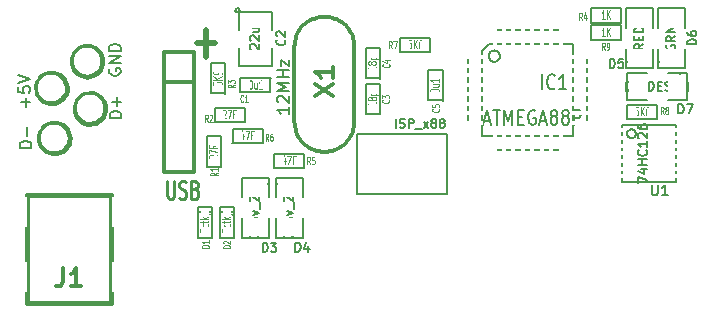
<source format=gto>
G04 (created by PCBNEW-RS274X (2011-11-27 BZR 3249)-stable) date 17/09/2012 7:08:21 p.m.*
G01*
G70*
G90*
%MOIN*%
G04 Gerber Fmt 3.4, Leading zero omitted, Abs format*
%FSLAX34Y34*%
G04 APERTURE LIST*
%ADD10C,0.006000*%
%ADD11C,0.007900*%
%ADD12C,0.019700*%
%ADD13C,0.005000*%
%ADD14C,0.008000*%
%ADD15C,0.015000*%
%ADD16C,0.012500*%
%ADD17C,0.012000*%
%ADD18C,0.005900*%
%ADD19C,0.007100*%
%ADD20C,0.010000*%
%ADD21C,0.003900*%
%ADD22C,0.004500*%
%ADD23R,0.055000X0.017000*%
%ADD24R,0.078700X0.017700*%
%ADD25R,0.017700X0.078700*%
%ADD26C,0.035400*%
%ADD27R,0.059100X0.098400*%
%ADD28R,0.019700X0.090600*%
%ADD29C,0.088600*%
%ADD30C,0.197500*%
%ADD31C,0.173900*%
%ADD32C,0.056000*%
%ADD33R,0.060000X0.060000*%
%ADD34C,0.060000*%
%ADD35R,0.031500X0.025000*%
%ADD36R,0.080000X0.060000*%
%ADD37R,0.060000X0.080000*%
%ADD38R,0.100000X0.050000*%
%ADD39R,0.025000X0.031500*%
G04 APERTURE END LIST*
G54D10*
G54D11*
X04216Y-03013D02*
X04197Y-03050D01*
X04197Y-03107D01*
X04216Y-03163D01*
X04254Y-03200D01*
X04291Y-03219D01*
X04366Y-03238D01*
X04423Y-03238D01*
X04498Y-03219D01*
X04535Y-03200D01*
X04573Y-03163D01*
X04591Y-03107D01*
X04591Y-03069D01*
X04573Y-03013D01*
X04554Y-02994D01*
X04423Y-02994D01*
X04423Y-03069D01*
X04591Y-02825D02*
X04197Y-02825D01*
X04591Y-02600D01*
X04197Y-02600D01*
X04591Y-02412D02*
X04197Y-02412D01*
X04197Y-02318D01*
X04216Y-02262D01*
X04254Y-02225D01*
X04291Y-02206D01*
X04366Y-02187D01*
X04423Y-02187D01*
X04498Y-02206D01*
X04535Y-02225D01*
X04573Y-02262D01*
X04591Y-02318D01*
X04591Y-02412D01*
X04615Y-04651D02*
X04221Y-04651D01*
X04221Y-04557D01*
X04240Y-04501D01*
X04278Y-04464D01*
X04315Y-04445D01*
X04390Y-04426D01*
X04447Y-04426D01*
X04522Y-04445D01*
X04559Y-04464D01*
X04597Y-04501D01*
X04615Y-04557D01*
X04615Y-04651D01*
X04465Y-04257D02*
X04465Y-03957D01*
X04615Y-04107D02*
X04315Y-04107D01*
X01611Y-05643D02*
X01217Y-05643D01*
X01217Y-05549D01*
X01236Y-05493D01*
X01274Y-05456D01*
X01311Y-05437D01*
X01386Y-05418D01*
X01443Y-05418D01*
X01518Y-05437D01*
X01555Y-05456D01*
X01593Y-05493D01*
X01611Y-05549D01*
X01611Y-05643D01*
X01461Y-05249D02*
X01461Y-04949D01*
X01417Y-04278D02*
X01417Y-03978D01*
X01567Y-04128D02*
X01267Y-04128D01*
X01173Y-03603D02*
X01173Y-03790D01*
X01361Y-03809D01*
X01342Y-03790D01*
X01324Y-03753D01*
X01324Y-03659D01*
X01342Y-03621D01*
X01361Y-03603D01*
X01399Y-03584D01*
X01492Y-03584D01*
X01530Y-03603D01*
X01549Y-03621D01*
X01567Y-03659D01*
X01567Y-03753D01*
X01549Y-03790D01*
X01530Y-03809D01*
X01173Y-03471D02*
X01567Y-03340D01*
X01173Y-03209D01*
G54D12*
X07141Y-02154D02*
X07741Y-02154D01*
X07441Y-02604D02*
X07441Y-01704D01*
G54D13*
X21762Y-05173D02*
X21759Y-05202D01*
X21750Y-05230D01*
X21736Y-05256D01*
X21718Y-05278D01*
X21695Y-05297D01*
X21670Y-05311D01*
X21642Y-05319D01*
X21613Y-05322D01*
X21584Y-05320D01*
X21556Y-05312D01*
X21530Y-05298D01*
X21508Y-05280D01*
X21489Y-05257D01*
X21475Y-05232D01*
X21466Y-05204D01*
X21463Y-05175D01*
X21465Y-05146D01*
X21473Y-05118D01*
X21486Y-05092D01*
X21505Y-05069D01*
X21527Y-05050D01*
X21552Y-05036D01*
X21580Y-05027D01*
X21609Y-05024D01*
X21638Y-05026D01*
X21666Y-05034D01*
X21692Y-05047D01*
X21715Y-05065D01*
X21734Y-05087D01*
X21749Y-05112D01*
X21758Y-05140D01*
X21761Y-05169D01*
X21762Y-05173D01*
G54D14*
X21312Y-04873D02*
X21312Y-06773D01*
X21312Y-06773D02*
X23112Y-06773D01*
X23112Y-06773D02*
X23112Y-04873D01*
X23112Y-04873D02*
X21312Y-04873D01*
G54D10*
X20142Y-04803D02*
X19692Y-04803D01*
X20142Y-02623D02*
X19702Y-02623D01*
X20142Y-04803D02*
X20142Y-02623D01*
X19262Y-05273D02*
X19262Y-05703D01*
X17052Y-05283D02*
X17052Y-05703D01*
X17042Y-05703D02*
X19262Y-05713D01*
X17062Y-01733D02*
X19232Y-01723D01*
X16632Y-02423D02*
X16632Y-05253D01*
X19242Y-01733D02*
X19242Y-02143D01*
X16882Y-02183D02*
X19662Y-02183D01*
X19682Y-05263D02*
X19682Y-02223D01*
X16632Y-05263D02*
X19632Y-05263D01*
X16182Y-02593D02*
X16182Y-04813D01*
X16182Y-04813D02*
X16632Y-04813D01*
X16636Y-02413D02*
X16866Y-02183D01*
X16184Y-02593D02*
X16636Y-02593D01*
X17062Y-02183D02*
X17062Y-01731D01*
X17232Y-02587D02*
X17228Y-02623D01*
X17217Y-02658D01*
X17200Y-02691D01*
X17177Y-02719D01*
X17149Y-02742D01*
X17116Y-02760D01*
X17081Y-02771D01*
X17045Y-02774D01*
X17009Y-02771D01*
X16974Y-02761D01*
X16942Y-02744D01*
X16913Y-02721D01*
X16889Y-02693D01*
X16872Y-02661D01*
X16861Y-02626D01*
X16857Y-02589D01*
X16860Y-02554D01*
X16870Y-02518D01*
X16886Y-02486D01*
X16909Y-02457D01*
X16937Y-02433D01*
X16969Y-02415D01*
X17004Y-02404D01*
X17041Y-02400D01*
X17076Y-02402D01*
X17111Y-02412D01*
X17144Y-02429D01*
X17173Y-02451D01*
X17197Y-02479D01*
X17215Y-02511D01*
X17227Y-02546D01*
X17231Y-02582D01*
X17232Y-02587D01*
G54D15*
X04272Y-07205D02*
X01476Y-07205D01*
X01476Y-07205D02*
X01476Y-10827D01*
X01476Y-10827D02*
X04272Y-10827D01*
X04272Y-10827D02*
X04272Y-07205D01*
X02794Y-03644D02*
X02784Y-03743D01*
X02755Y-03838D01*
X02708Y-03926D01*
X02645Y-04004D01*
X02568Y-04067D01*
X02481Y-04115D01*
X02385Y-04144D01*
X02286Y-04154D01*
X02188Y-04145D01*
X02092Y-04117D01*
X02004Y-04071D01*
X01926Y-04009D01*
X01862Y-03932D01*
X01814Y-03845D01*
X01784Y-03750D01*
X01773Y-03651D01*
X01781Y-03552D01*
X01808Y-03456D01*
X01854Y-03368D01*
X01916Y-03290D01*
X01992Y-03225D01*
X02079Y-03176D01*
X02174Y-03145D01*
X02273Y-03134D01*
X02371Y-03141D01*
X02467Y-03168D01*
X02556Y-03213D01*
X02635Y-03274D01*
X02700Y-03350D01*
X02749Y-03437D01*
X02781Y-03531D01*
X02793Y-03630D01*
X02794Y-03644D01*
G54D16*
X12382Y-04773D02*
X12382Y-02273D01*
X10382Y-04773D02*
X10382Y-02273D01*
X11382Y-01273D02*
X11295Y-01277D01*
X11209Y-01289D01*
X11124Y-01308D01*
X11040Y-01334D01*
X10960Y-01367D01*
X10883Y-01407D01*
X10809Y-01454D01*
X10740Y-01507D01*
X10675Y-01566D01*
X10616Y-01631D01*
X10563Y-01700D01*
X10516Y-01774D01*
X10476Y-01851D01*
X10443Y-01931D01*
X10417Y-02015D01*
X10398Y-02100D01*
X10386Y-02186D01*
X10382Y-02273D01*
X12382Y-02273D02*
X12378Y-02186D01*
X12366Y-02100D01*
X12347Y-02015D01*
X12321Y-01931D01*
X12288Y-01851D01*
X12248Y-01774D01*
X12201Y-01700D01*
X12148Y-01631D01*
X12089Y-01566D01*
X12024Y-01507D01*
X11955Y-01454D01*
X11882Y-01407D01*
X11804Y-01367D01*
X11724Y-01334D01*
X11640Y-01308D01*
X11555Y-01289D01*
X11469Y-01277D01*
X11382Y-01273D01*
X10382Y-04773D02*
X10386Y-04860D01*
X10398Y-04946D01*
X10417Y-05031D01*
X10443Y-05115D01*
X10476Y-05195D01*
X10516Y-05272D01*
X10563Y-05346D01*
X10616Y-05415D01*
X10675Y-05480D01*
X10740Y-05539D01*
X10809Y-05592D01*
X10883Y-05639D01*
X10960Y-05679D01*
X11040Y-05712D01*
X11124Y-05738D01*
X11209Y-05757D01*
X11295Y-05769D01*
X11382Y-05773D01*
X11382Y-05773D02*
X11469Y-05769D01*
X11555Y-05757D01*
X11640Y-05738D01*
X11724Y-05712D01*
X11804Y-05679D01*
X11882Y-05639D01*
X11955Y-05592D01*
X12024Y-05539D01*
X12089Y-05480D01*
X12148Y-05415D01*
X12201Y-05346D01*
X12248Y-05272D01*
X12288Y-05195D01*
X12321Y-05115D01*
X12347Y-05031D01*
X12366Y-04946D01*
X12378Y-04860D01*
X12382Y-04773D01*
G54D14*
X15462Y-07183D02*
X12462Y-07183D01*
X12462Y-05183D02*
X15462Y-05183D01*
X15462Y-05183D02*
X15462Y-07183D01*
X12462Y-07183D02*
X12462Y-05183D01*
G54D17*
X07022Y-02443D02*
X07022Y-02443D01*
X06022Y-02443D02*
X07022Y-02443D01*
X07022Y-02443D02*
X07022Y-02443D01*
X07022Y-02443D02*
X07022Y-06443D01*
X07022Y-06443D02*
X06022Y-06443D01*
X06022Y-06443D02*
X06022Y-02443D01*
X06022Y-03443D02*
X07022Y-03443D01*
G54D15*
X02892Y-05317D02*
X02882Y-05416D01*
X02853Y-05511D01*
X02806Y-05599D01*
X02743Y-05677D01*
X02666Y-05740D01*
X02579Y-05788D01*
X02483Y-05817D01*
X02384Y-05827D01*
X02286Y-05818D01*
X02190Y-05790D01*
X02102Y-05744D01*
X02024Y-05682D01*
X01960Y-05605D01*
X01912Y-05518D01*
X01882Y-05423D01*
X01871Y-05324D01*
X01879Y-05225D01*
X01906Y-05129D01*
X01952Y-05041D01*
X02014Y-04963D01*
X02090Y-04898D01*
X02177Y-04849D01*
X02272Y-04818D01*
X02371Y-04807D01*
X02469Y-04814D01*
X02565Y-04841D01*
X02654Y-04886D01*
X02733Y-04947D01*
X02798Y-05023D01*
X02847Y-05110D01*
X02879Y-05204D01*
X02891Y-05303D01*
X02892Y-05317D01*
X04073Y-04333D02*
X04063Y-04432D01*
X04034Y-04527D01*
X03987Y-04615D01*
X03924Y-04693D01*
X03847Y-04756D01*
X03760Y-04804D01*
X03664Y-04833D01*
X03565Y-04843D01*
X03467Y-04834D01*
X03371Y-04806D01*
X03283Y-04760D01*
X03205Y-04698D01*
X03141Y-04621D01*
X03093Y-04534D01*
X03063Y-04439D01*
X03052Y-04340D01*
X03060Y-04241D01*
X03087Y-04145D01*
X03133Y-04057D01*
X03195Y-03979D01*
X03271Y-03914D01*
X03358Y-03865D01*
X03453Y-03834D01*
X03552Y-03823D01*
X03650Y-03830D01*
X03746Y-03857D01*
X03835Y-03902D01*
X03914Y-03963D01*
X03979Y-04039D01*
X04028Y-04126D01*
X04060Y-04220D01*
X04072Y-04319D01*
X04073Y-04333D01*
X03975Y-02758D02*
X03965Y-02857D01*
X03936Y-02952D01*
X03889Y-03040D01*
X03826Y-03118D01*
X03749Y-03181D01*
X03662Y-03229D01*
X03566Y-03258D01*
X03467Y-03268D01*
X03369Y-03259D01*
X03273Y-03231D01*
X03185Y-03185D01*
X03107Y-03123D01*
X03043Y-03046D01*
X02995Y-02959D01*
X02965Y-02864D01*
X02954Y-02765D01*
X02962Y-02666D01*
X02989Y-02570D01*
X03035Y-02482D01*
X03097Y-02404D01*
X03173Y-02339D01*
X03260Y-02290D01*
X03355Y-02259D01*
X03454Y-02248D01*
X03552Y-02255D01*
X03648Y-02282D01*
X03737Y-02327D01*
X03816Y-02388D01*
X03881Y-02464D01*
X03930Y-02551D01*
X03962Y-02645D01*
X03974Y-02744D01*
X03975Y-02758D01*
G54D18*
X07628Y-07769D02*
X07195Y-07769D01*
G54D13*
X07638Y-08645D02*
X07638Y-07641D01*
X07166Y-07621D02*
X07166Y-08645D01*
X07166Y-08645D02*
X07638Y-08645D01*
X07170Y-07632D02*
X07630Y-07632D01*
G54D18*
X08348Y-07769D02*
X07915Y-07769D01*
G54D13*
X08358Y-08645D02*
X08358Y-07641D01*
X07886Y-07621D02*
X07886Y-08645D01*
X07886Y-08645D02*
X08358Y-08645D01*
X07890Y-07632D02*
X08350Y-07632D01*
G54D19*
X09515Y-06856D02*
X08649Y-06856D01*
G54D13*
X08622Y-08643D02*
X09522Y-08643D01*
X09522Y-08643D02*
X09522Y-07993D01*
X08622Y-07293D02*
X08622Y-06643D01*
X08622Y-06643D02*
X09522Y-06643D01*
X09522Y-06643D02*
X09522Y-07293D01*
X08622Y-07993D02*
X08622Y-08643D01*
G54D19*
X10655Y-06846D02*
X09799Y-06846D01*
G54D13*
X09772Y-08643D02*
X10672Y-08643D01*
X10672Y-08643D02*
X10672Y-07993D01*
X09772Y-07293D02*
X09772Y-06643D01*
X09772Y-06643D02*
X10672Y-06643D01*
X10672Y-06643D02*
X10672Y-07293D01*
X09772Y-07993D02*
X09772Y-08643D01*
G54D19*
X23220Y-04027D02*
X23220Y-03200D01*
G54D13*
X21472Y-03163D02*
X21472Y-04063D01*
X21472Y-04063D02*
X22122Y-04063D01*
X22822Y-03163D02*
X23472Y-03163D01*
X23472Y-03163D02*
X23472Y-04063D01*
X23472Y-04063D02*
X22822Y-04063D01*
X22122Y-03163D02*
X21472Y-03163D01*
G54D19*
X22509Y-02790D02*
X23385Y-02790D01*
G54D13*
X23402Y-00993D02*
X22502Y-00993D01*
X22502Y-00993D02*
X22502Y-01643D01*
X23402Y-02343D02*
X23402Y-02993D01*
X23402Y-02993D02*
X22502Y-02993D01*
X22502Y-02993D02*
X22502Y-02343D01*
X23402Y-01643D02*
X23402Y-00993D01*
G54D19*
X21449Y-02800D02*
X22325Y-02800D01*
G54D13*
X22342Y-00993D02*
X21442Y-00993D01*
X21442Y-00993D02*
X21442Y-01643D01*
X22342Y-02343D02*
X22342Y-02993D01*
X22342Y-02993D02*
X21442Y-02993D01*
X21442Y-02993D02*
X21442Y-02343D01*
X22342Y-01643D02*
X22342Y-00993D01*
X08552Y-01063D02*
X08550Y-01076D01*
X08546Y-01089D01*
X08540Y-01101D01*
X08531Y-01112D01*
X08521Y-01121D01*
X08509Y-01127D01*
X08496Y-01131D01*
X08482Y-01132D01*
X08469Y-01131D01*
X08456Y-01127D01*
X08444Y-01121D01*
X08434Y-01113D01*
X08425Y-01102D01*
X08418Y-01090D01*
X08414Y-01077D01*
X08413Y-01063D01*
X08414Y-01051D01*
X08417Y-01038D01*
X08424Y-01026D01*
X08432Y-01015D01*
X08443Y-01006D01*
X08454Y-00999D01*
X08467Y-00995D01*
X08481Y-00994D01*
X08494Y-00995D01*
X08507Y-00998D01*
X08519Y-01004D01*
X08530Y-01013D01*
X08539Y-01023D01*
X08545Y-01035D01*
X08550Y-01048D01*
X08551Y-01062D01*
X08552Y-01063D01*
X09632Y-01713D02*
X09632Y-01113D01*
X09632Y-01113D02*
X08532Y-01113D01*
X08532Y-01113D02*
X08532Y-01713D01*
X08532Y-02313D02*
X08532Y-02913D01*
X08532Y-02913D02*
X09632Y-02913D01*
X09632Y-02913D02*
X09632Y-02313D01*
X21274Y-00997D02*
X20270Y-00997D01*
X20250Y-01469D02*
X21274Y-01469D01*
X21274Y-01469D02*
X21274Y-00997D01*
X20261Y-01465D02*
X20261Y-01005D01*
X21274Y-01567D02*
X20270Y-01567D01*
X20250Y-02039D02*
X21274Y-02039D01*
X21274Y-02039D02*
X21274Y-01567D01*
X20261Y-02035D02*
X20261Y-01575D01*
X07938Y-06275D02*
X07938Y-05271D01*
X07466Y-05251D02*
X07466Y-06275D01*
X07466Y-06275D02*
X07938Y-06275D01*
X07470Y-05262D02*
X07930Y-05262D01*
X08734Y-04307D02*
X07730Y-04307D01*
X07710Y-04779D02*
X08734Y-04779D01*
X08734Y-04779D02*
X08734Y-04307D01*
X07721Y-04775D02*
X07721Y-04315D01*
X10714Y-05837D02*
X09710Y-05837D01*
X09690Y-06309D02*
X10714Y-06309D01*
X10714Y-06309D02*
X10714Y-05837D01*
X09701Y-06305D02*
X09701Y-05845D01*
X09334Y-05007D02*
X08330Y-05007D01*
X08310Y-05479D02*
X09334Y-05479D01*
X09334Y-05479D02*
X09334Y-05007D01*
X08321Y-05475D02*
X08321Y-05015D01*
X13238Y-04525D02*
X13238Y-03521D01*
X12766Y-03501D02*
X12766Y-04525D01*
X12766Y-04525D02*
X13238Y-04525D01*
X12770Y-03512D02*
X13230Y-03512D01*
X08570Y-03799D02*
X09574Y-03799D01*
X09594Y-03327D02*
X08570Y-03327D01*
X08570Y-03327D02*
X08570Y-03799D01*
X09583Y-03331D02*
X09583Y-03791D01*
X07606Y-02811D02*
X07606Y-03815D01*
X08078Y-03835D02*
X08078Y-02811D01*
X08078Y-02811D02*
X07606Y-02811D01*
X08074Y-03824D02*
X07614Y-03824D01*
X12756Y-02311D02*
X12756Y-03315D01*
X13228Y-03335D02*
X13228Y-02311D01*
X13228Y-02311D02*
X12756Y-02311D01*
X13224Y-03324D02*
X12764Y-03324D01*
X13890Y-02449D02*
X14894Y-02449D01*
X14914Y-01977D02*
X13890Y-01977D01*
X13890Y-01977D02*
X13890Y-02449D01*
X14903Y-01981D02*
X14903Y-02441D01*
X22480Y-04213D02*
X21476Y-04213D01*
X21456Y-04685D02*
X22480Y-04685D01*
X22480Y-04685D02*
X22480Y-04213D01*
X21467Y-04681D02*
X21467Y-04221D01*
X14846Y-03051D02*
X14846Y-04055D01*
X15318Y-04075D02*
X15318Y-03051D01*
X15318Y-03051D02*
X14846Y-03051D01*
X15314Y-04064D02*
X14854Y-04064D01*
G54D14*
X22284Y-06872D02*
X22284Y-07155D01*
X22301Y-07188D01*
X22318Y-07205D01*
X22351Y-07222D01*
X22418Y-07222D01*
X22451Y-07205D01*
X22468Y-07188D01*
X22484Y-07155D01*
X22484Y-06872D01*
X22835Y-07222D02*
X22635Y-07222D01*
X22735Y-07222D02*
X22735Y-06872D01*
X22701Y-06922D01*
X22668Y-06955D01*
X22635Y-06972D01*
G54D13*
X21833Y-06802D02*
X21833Y-06602D01*
X22133Y-06731D01*
X21933Y-06359D02*
X22133Y-06359D01*
X21819Y-06430D02*
X22033Y-06502D01*
X22033Y-06316D01*
X22133Y-06202D02*
X21833Y-06202D01*
X21976Y-06202D02*
X21976Y-06030D01*
X22133Y-06030D02*
X21833Y-06030D01*
X22105Y-05716D02*
X22119Y-05730D01*
X22133Y-05773D01*
X22133Y-05802D01*
X22119Y-05845D01*
X22091Y-05873D01*
X22062Y-05888D01*
X22005Y-05902D01*
X21962Y-05902D01*
X21905Y-05888D01*
X21876Y-05873D01*
X21848Y-05845D01*
X21833Y-05802D01*
X21833Y-05773D01*
X21848Y-05730D01*
X21862Y-05716D01*
X22133Y-05430D02*
X22133Y-05602D01*
X22133Y-05516D02*
X21833Y-05516D01*
X21876Y-05545D01*
X21905Y-05573D01*
X21919Y-05602D01*
X21862Y-05316D02*
X21848Y-05302D01*
X21833Y-05273D01*
X21833Y-05202D01*
X21848Y-05173D01*
X21862Y-05159D01*
X21891Y-05144D01*
X21919Y-05144D01*
X21962Y-05159D01*
X22133Y-05330D01*
X22133Y-05144D01*
X21833Y-04887D02*
X21833Y-04944D01*
X21848Y-04973D01*
X21862Y-04987D01*
X21905Y-05016D01*
X21962Y-05030D01*
X22076Y-05030D01*
X22105Y-05016D01*
X22119Y-05001D01*
X22133Y-04973D01*
X22133Y-04916D01*
X22119Y-04887D01*
X22105Y-04873D01*
X22076Y-04858D01*
X22005Y-04858D01*
X21976Y-04873D01*
X21962Y-04887D01*
X21948Y-04916D01*
X21948Y-04973D01*
X21962Y-05001D01*
X21976Y-05016D01*
X22005Y-05030D01*
G54D14*
X18637Y-03695D02*
X18637Y-03195D01*
X19056Y-03648D02*
X19037Y-03672D01*
X18980Y-03695D01*
X18942Y-03695D01*
X18884Y-03672D01*
X18846Y-03624D01*
X18827Y-03576D01*
X18808Y-03481D01*
X18808Y-03410D01*
X18827Y-03314D01*
X18846Y-03267D01*
X18884Y-03219D01*
X18942Y-03195D01*
X18980Y-03195D01*
X19037Y-03219D01*
X19056Y-03243D01*
X19437Y-03695D02*
X19208Y-03695D01*
X19322Y-03695D02*
X19322Y-03195D01*
X19284Y-03267D01*
X19246Y-03314D01*
X19208Y-03338D01*
X16708Y-04738D02*
X16899Y-04738D01*
X16670Y-04880D02*
X16803Y-04380D01*
X16937Y-04880D01*
X17013Y-04380D02*
X17242Y-04380D01*
X17127Y-04880D02*
X17127Y-04380D01*
X17375Y-04880D02*
X17375Y-04380D01*
X17509Y-04738D01*
X17642Y-04380D01*
X17642Y-04880D01*
X17832Y-04618D02*
X17966Y-04618D01*
X18023Y-04880D02*
X17832Y-04880D01*
X17832Y-04380D01*
X18023Y-04380D01*
X18404Y-04404D02*
X18366Y-04380D01*
X18309Y-04380D01*
X18251Y-04404D01*
X18213Y-04452D01*
X18194Y-04499D01*
X18175Y-04595D01*
X18175Y-04666D01*
X18194Y-04761D01*
X18213Y-04809D01*
X18251Y-04857D01*
X18309Y-04880D01*
X18347Y-04880D01*
X18404Y-04857D01*
X18423Y-04833D01*
X18423Y-04666D01*
X18347Y-04666D01*
X18575Y-04738D02*
X18766Y-04738D01*
X18537Y-04880D02*
X18670Y-04380D01*
X18804Y-04880D01*
X18994Y-04595D02*
X18956Y-04571D01*
X18937Y-04547D01*
X18918Y-04499D01*
X18918Y-04476D01*
X18937Y-04428D01*
X18956Y-04404D01*
X18994Y-04380D01*
X19071Y-04380D01*
X19109Y-04404D01*
X19128Y-04428D01*
X19147Y-04476D01*
X19147Y-04499D01*
X19128Y-04547D01*
X19109Y-04571D01*
X19071Y-04595D01*
X18994Y-04595D01*
X18956Y-04618D01*
X18937Y-04642D01*
X18918Y-04690D01*
X18918Y-04785D01*
X18937Y-04833D01*
X18956Y-04857D01*
X18994Y-04880D01*
X19071Y-04880D01*
X19109Y-04857D01*
X19128Y-04833D01*
X19147Y-04785D01*
X19147Y-04690D01*
X19128Y-04642D01*
X19109Y-04618D01*
X19071Y-04595D01*
X19375Y-04595D02*
X19337Y-04571D01*
X19318Y-04547D01*
X19299Y-04499D01*
X19299Y-04476D01*
X19318Y-04428D01*
X19337Y-04404D01*
X19375Y-04380D01*
X19452Y-04380D01*
X19490Y-04404D01*
X19509Y-04428D01*
X19528Y-04476D01*
X19528Y-04499D01*
X19509Y-04547D01*
X19490Y-04571D01*
X19452Y-04595D01*
X19375Y-04595D01*
X19337Y-04618D01*
X19318Y-04642D01*
X19299Y-04690D01*
X19299Y-04785D01*
X19318Y-04833D01*
X19337Y-04857D01*
X19375Y-04880D01*
X19452Y-04880D01*
X19490Y-04857D01*
X19509Y-04833D01*
X19528Y-04785D01*
X19528Y-04690D01*
X19509Y-04642D01*
X19490Y-04618D01*
X19452Y-04595D01*
X19699Y-04880D02*
X19699Y-04380D01*
X19852Y-04380D01*
X19890Y-04404D01*
X19909Y-04428D01*
X19928Y-04476D01*
X19928Y-04547D01*
X19909Y-04595D01*
X19890Y-04618D01*
X19852Y-04642D01*
X19699Y-04642D01*
G54D17*
X02674Y-09663D02*
X02674Y-10091D01*
X02646Y-10177D01*
X02589Y-10234D01*
X02503Y-10263D01*
X02446Y-10263D01*
X03274Y-10263D02*
X02931Y-10263D01*
X03103Y-10263D02*
X03103Y-09663D01*
X03046Y-09749D01*
X02988Y-09806D01*
X02931Y-09834D01*
X11079Y-03903D02*
X11679Y-03503D01*
X11079Y-03503D02*
X11679Y-03903D01*
X11679Y-02961D02*
X11679Y-03304D01*
X11679Y-03132D02*
X11079Y-03132D01*
X11165Y-03189D01*
X11222Y-03247D01*
X11250Y-03304D01*
G54D11*
X10198Y-04281D02*
X10198Y-04506D01*
X10198Y-04393D02*
X09804Y-04393D01*
X09861Y-04431D01*
X09898Y-04468D01*
X09917Y-04506D01*
X09842Y-04131D02*
X09823Y-04112D01*
X09804Y-04075D01*
X09804Y-03981D01*
X09823Y-03943D01*
X09842Y-03925D01*
X09880Y-03906D01*
X09917Y-03906D01*
X09973Y-03925D01*
X10198Y-04150D01*
X10198Y-03906D01*
X10198Y-03737D02*
X09804Y-03737D01*
X10086Y-03606D01*
X09804Y-03475D01*
X10198Y-03475D01*
X10198Y-03287D02*
X09804Y-03287D01*
X09992Y-03287D02*
X09992Y-03062D01*
X10198Y-03062D02*
X09804Y-03062D01*
X09936Y-02912D02*
X09936Y-02705D01*
X10198Y-02912D01*
X10198Y-02705D01*
G54D18*
X13759Y-04976D02*
X13759Y-04677D01*
X13887Y-04961D02*
X13930Y-04976D01*
X14001Y-04976D01*
X14029Y-04961D01*
X14044Y-04947D01*
X14058Y-04919D01*
X14058Y-04890D01*
X14044Y-04862D01*
X14029Y-04847D01*
X14001Y-04833D01*
X13944Y-04819D01*
X13915Y-04805D01*
X13901Y-04790D01*
X13887Y-04762D01*
X13887Y-04733D01*
X13901Y-04705D01*
X13915Y-04691D01*
X13944Y-04677D01*
X14015Y-04677D01*
X14058Y-04691D01*
X14186Y-04976D02*
X14186Y-04677D01*
X14300Y-04677D01*
X14329Y-04691D01*
X14343Y-04705D01*
X14357Y-04733D01*
X14357Y-04776D01*
X14343Y-04805D01*
X14329Y-04819D01*
X14300Y-04833D01*
X14186Y-04833D01*
X14414Y-05004D02*
X14642Y-05004D01*
X14685Y-04976D02*
X14841Y-04776D01*
X14685Y-04776D02*
X14841Y-04976D01*
X14998Y-04805D02*
X14969Y-04790D01*
X14955Y-04776D01*
X14941Y-04748D01*
X14941Y-04733D01*
X14955Y-04705D01*
X14969Y-04691D01*
X14998Y-04677D01*
X15055Y-04677D01*
X15083Y-04691D01*
X15098Y-04705D01*
X15112Y-04733D01*
X15112Y-04748D01*
X15098Y-04776D01*
X15083Y-04790D01*
X15055Y-04805D01*
X14998Y-04805D01*
X14969Y-04819D01*
X14955Y-04833D01*
X14941Y-04862D01*
X14941Y-04919D01*
X14955Y-04947D01*
X14969Y-04961D01*
X14998Y-04976D01*
X15055Y-04976D01*
X15083Y-04961D01*
X15098Y-04947D01*
X15112Y-04919D01*
X15112Y-04862D01*
X15098Y-04833D01*
X15083Y-04819D01*
X15055Y-04805D01*
X15283Y-04805D02*
X15254Y-04790D01*
X15240Y-04776D01*
X15226Y-04748D01*
X15226Y-04733D01*
X15240Y-04705D01*
X15254Y-04691D01*
X15283Y-04677D01*
X15340Y-04677D01*
X15368Y-04691D01*
X15383Y-04705D01*
X15397Y-04733D01*
X15397Y-04748D01*
X15383Y-04776D01*
X15368Y-04790D01*
X15340Y-04805D01*
X15283Y-04805D01*
X15254Y-04819D01*
X15240Y-04833D01*
X15226Y-04862D01*
X15226Y-04919D01*
X15240Y-04947D01*
X15254Y-04961D01*
X15283Y-04976D01*
X15340Y-04976D01*
X15368Y-04961D01*
X15383Y-04947D01*
X15397Y-04919D01*
X15397Y-04862D01*
X15383Y-04833D01*
X15368Y-04819D01*
X15340Y-04805D01*
G54D20*
X06142Y-06741D02*
X06142Y-07227D01*
X06161Y-07284D01*
X06180Y-07312D01*
X06218Y-07341D01*
X06295Y-07341D01*
X06333Y-07312D01*
X06352Y-07284D01*
X06371Y-07227D01*
X06371Y-06741D01*
X06542Y-07312D02*
X06599Y-07341D01*
X06695Y-07341D01*
X06733Y-07312D01*
X06752Y-07284D01*
X06771Y-07227D01*
X06771Y-07169D01*
X06752Y-07112D01*
X06733Y-07084D01*
X06695Y-07055D01*
X06618Y-07027D01*
X06580Y-06998D01*
X06561Y-06969D01*
X06542Y-06912D01*
X06542Y-06855D01*
X06561Y-06798D01*
X06580Y-06769D01*
X06618Y-06741D01*
X06714Y-06741D01*
X06771Y-06769D01*
X07076Y-07027D02*
X07133Y-07055D01*
X07152Y-07084D01*
X07171Y-07141D01*
X07171Y-07227D01*
X07152Y-07284D01*
X07133Y-07312D01*
X07095Y-07341D01*
X06942Y-07341D01*
X06942Y-06741D01*
X07076Y-06741D01*
X07114Y-06769D01*
X07133Y-06798D01*
X07152Y-06855D01*
X07152Y-06912D01*
X07133Y-06969D01*
X07114Y-06998D01*
X07076Y-07027D01*
X06942Y-07027D01*
G54D21*
X07525Y-08971D02*
X07284Y-08971D01*
X07284Y-08933D01*
X07296Y-08911D01*
X07318Y-08896D01*
X07341Y-08888D01*
X07387Y-08881D01*
X07422Y-08881D01*
X07468Y-08888D01*
X07491Y-08896D01*
X07514Y-08911D01*
X07525Y-08933D01*
X07525Y-08971D01*
X07525Y-08731D02*
X07525Y-08821D01*
X07525Y-08776D02*
X07284Y-08776D01*
X07318Y-08791D01*
X07341Y-08806D01*
X07353Y-08821D01*
G54D22*
X07502Y-08454D02*
X07515Y-08428D01*
X07515Y-08385D01*
X07502Y-08368D01*
X07489Y-08359D01*
X07462Y-08351D01*
X07435Y-08351D01*
X07409Y-08359D01*
X07395Y-08368D01*
X07382Y-08385D01*
X07369Y-08419D01*
X07355Y-08437D01*
X07342Y-08445D01*
X07315Y-08454D01*
X07289Y-08454D01*
X07262Y-08445D01*
X07249Y-08437D01*
X07235Y-08419D01*
X07235Y-08377D01*
X07249Y-08351D01*
X07502Y-08197D02*
X07515Y-08214D01*
X07515Y-08248D01*
X07502Y-08266D01*
X07489Y-08274D01*
X07462Y-08283D01*
X07382Y-08283D01*
X07355Y-08274D01*
X07342Y-08266D01*
X07329Y-08248D01*
X07329Y-08214D01*
X07342Y-08197D01*
X07329Y-08146D02*
X07329Y-08077D01*
X07235Y-08120D02*
X07475Y-08120D01*
X07502Y-08112D01*
X07515Y-08094D01*
X07515Y-08077D01*
X07515Y-08017D02*
X07235Y-08017D01*
X07409Y-08000D02*
X07515Y-07949D01*
X07329Y-07949D02*
X07435Y-08017D01*
X07329Y-07888D02*
X07515Y-07845D01*
X07329Y-07803D02*
X07515Y-07845D01*
X07582Y-07863D01*
X07595Y-07871D01*
X07609Y-07888D01*
G54D21*
X08246Y-08979D02*
X08005Y-08979D01*
X08005Y-08941D01*
X08017Y-08919D01*
X08039Y-08904D01*
X08062Y-08896D01*
X08108Y-08889D01*
X08143Y-08889D01*
X08189Y-08896D01*
X08212Y-08904D01*
X08235Y-08919D01*
X08246Y-08941D01*
X08246Y-08979D01*
X08028Y-08829D02*
X08017Y-08822D01*
X08005Y-08807D01*
X08005Y-08769D01*
X08017Y-08754D01*
X08028Y-08747D01*
X08051Y-08739D01*
X08074Y-08739D01*
X08108Y-08747D01*
X08246Y-08837D01*
X08246Y-08739D01*
G54D22*
X08222Y-08454D02*
X08235Y-08428D01*
X08235Y-08385D01*
X08222Y-08368D01*
X08209Y-08359D01*
X08182Y-08351D01*
X08155Y-08351D01*
X08129Y-08359D01*
X08115Y-08368D01*
X08102Y-08385D01*
X08089Y-08419D01*
X08075Y-08437D01*
X08062Y-08445D01*
X08035Y-08454D01*
X08009Y-08454D01*
X07982Y-08445D01*
X07969Y-08437D01*
X07955Y-08419D01*
X07955Y-08377D01*
X07969Y-08351D01*
X08222Y-08197D02*
X08235Y-08214D01*
X08235Y-08248D01*
X08222Y-08266D01*
X08209Y-08274D01*
X08182Y-08283D01*
X08102Y-08283D01*
X08075Y-08274D01*
X08062Y-08266D01*
X08049Y-08248D01*
X08049Y-08214D01*
X08062Y-08197D01*
X08049Y-08146D02*
X08049Y-08077D01*
X07955Y-08120D02*
X08195Y-08120D01*
X08222Y-08112D01*
X08235Y-08094D01*
X08235Y-08077D01*
X08235Y-08017D02*
X07955Y-08017D01*
X08129Y-08000D02*
X08235Y-07949D01*
X08049Y-07949D02*
X08155Y-08017D01*
X08049Y-07888D02*
X08235Y-07845D01*
X08049Y-07803D02*
X08235Y-07845D01*
X08302Y-07863D01*
X08315Y-07871D01*
X08329Y-07888D01*
G54D13*
X09317Y-09110D02*
X09317Y-08810D01*
X09389Y-08810D01*
X09432Y-08825D01*
X09460Y-08853D01*
X09475Y-08882D01*
X09489Y-08939D01*
X09489Y-08982D01*
X09475Y-09039D01*
X09460Y-09068D01*
X09432Y-09096D01*
X09389Y-09110D01*
X09317Y-09110D01*
X09589Y-08810D02*
X09775Y-08810D01*
X09675Y-08925D01*
X09717Y-08925D01*
X09746Y-08939D01*
X09760Y-08953D01*
X09775Y-08982D01*
X09775Y-09053D01*
X09760Y-09082D01*
X09746Y-09096D01*
X09717Y-09110D01*
X09632Y-09110D01*
X09603Y-09096D01*
X09589Y-09082D01*
X08893Y-08593D02*
X08893Y-08407D01*
X09008Y-08507D01*
X09008Y-08465D01*
X09022Y-08436D01*
X09036Y-08422D01*
X09065Y-08407D01*
X09136Y-08407D01*
X09165Y-08422D01*
X09179Y-08436D01*
X09193Y-08465D01*
X09193Y-08550D01*
X09179Y-08579D01*
X09165Y-08593D01*
X09165Y-08279D02*
X09179Y-08264D01*
X09193Y-08279D01*
X09179Y-08293D01*
X09165Y-08279D01*
X09193Y-08279D01*
X08893Y-08007D02*
X08893Y-08064D01*
X08908Y-08093D01*
X08922Y-08107D01*
X08965Y-08136D01*
X09022Y-08150D01*
X09136Y-08150D01*
X09165Y-08136D01*
X09179Y-08121D01*
X09193Y-08093D01*
X09193Y-08036D01*
X09179Y-08007D01*
X09165Y-07993D01*
X09136Y-07978D01*
X09065Y-07978D01*
X09036Y-07993D01*
X09022Y-08007D01*
X09008Y-08036D01*
X09008Y-08093D01*
X09022Y-08121D01*
X09036Y-08136D01*
X09065Y-08150D01*
X08993Y-07878D02*
X09193Y-07807D01*
X08993Y-07735D01*
X09222Y-07692D02*
X09222Y-07463D01*
X08893Y-07420D02*
X08893Y-07220D01*
X09193Y-07420D01*
X09193Y-07220D01*
X09179Y-06991D02*
X09193Y-07020D01*
X09193Y-07077D01*
X09179Y-07106D01*
X09151Y-07120D01*
X09036Y-07120D01*
X09008Y-07106D01*
X08993Y-07077D01*
X08993Y-07020D01*
X09008Y-06991D01*
X09036Y-06977D01*
X09065Y-06977D01*
X09093Y-07120D01*
X08993Y-06849D02*
X09193Y-06849D01*
X09022Y-06849D02*
X09008Y-06834D01*
X08993Y-06806D01*
X08993Y-06763D01*
X09008Y-06734D01*
X09036Y-06720D01*
X09193Y-06720D01*
X10415Y-09102D02*
X10415Y-08802D01*
X10487Y-08802D01*
X10530Y-08817D01*
X10558Y-08845D01*
X10573Y-08874D01*
X10587Y-08931D01*
X10587Y-08974D01*
X10573Y-09031D01*
X10558Y-09060D01*
X10530Y-09088D01*
X10487Y-09102D01*
X10415Y-09102D01*
X10844Y-08902D02*
X10844Y-09102D01*
X10773Y-08788D02*
X10701Y-09002D01*
X10887Y-09002D01*
X10043Y-08593D02*
X10043Y-08407D01*
X10158Y-08507D01*
X10158Y-08465D01*
X10172Y-08436D01*
X10186Y-08422D01*
X10215Y-08407D01*
X10286Y-08407D01*
X10315Y-08422D01*
X10329Y-08436D01*
X10343Y-08465D01*
X10343Y-08550D01*
X10329Y-08579D01*
X10315Y-08593D01*
X10315Y-08279D02*
X10329Y-08264D01*
X10343Y-08279D01*
X10329Y-08293D01*
X10315Y-08279D01*
X10343Y-08279D01*
X10043Y-08007D02*
X10043Y-08064D01*
X10058Y-08093D01*
X10072Y-08107D01*
X10115Y-08136D01*
X10172Y-08150D01*
X10286Y-08150D01*
X10315Y-08136D01*
X10329Y-08121D01*
X10343Y-08093D01*
X10343Y-08036D01*
X10329Y-08007D01*
X10315Y-07993D01*
X10286Y-07978D01*
X10215Y-07978D01*
X10186Y-07993D01*
X10172Y-08007D01*
X10158Y-08036D01*
X10158Y-08093D01*
X10172Y-08121D01*
X10186Y-08136D01*
X10215Y-08150D01*
X10143Y-07878D02*
X10343Y-07807D01*
X10143Y-07735D01*
X10372Y-07692D02*
X10372Y-07463D01*
X10043Y-07420D02*
X10043Y-07220D01*
X10343Y-07420D01*
X10343Y-07220D01*
X10329Y-06991D02*
X10343Y-07020D01*
X10343Y-07077D01*
X10329Y-07106D01*
X10301Y-07120D01*
X10186Y-07120D01*
X10158Y-07106D01*
X10143Y-07077D01*
X10143Y-07020D01*
X10158Y-06991D01*
X10186Y-06977D01*
X10215Y-06977D01*
X10243Y-07120D01*
X10143Y-06849D02*
X10343Y-06849D01*
X10172Y-06849D02*
X10158Y-06834D01*
X10143Y-06806D01*
X10143Y-06763D01*
X10158Y-06734D01*
X10186Y-06720D01*
X10343Y-06720D01*
X23179Y-04499D02*
X23179Y-04199D01*
X23251Y-04199D01*
X23294Y-04214D01*
X23322Y-04242D01*
X23337Y-04271D01*
X23351Y-04328D01*
X23351Y-04371D01*
X23337Y-04428D01*
X23322Y-04457D01*
X23294Y-04485D01*
X23251Y-04499D01*
X23179Y-04499D01*
X23451Y-04199D02*
X23651Y-04199D01*
X23522Y-04499D01*
X21429Y-03734D02*
X21429Y-03434D01*
X21501Y-03434D01*
X21544Y-03449D01*
X21572Y-03477D01*
X21587Y-03506D01*
X21601Y-03563D01*
X21601Y-03606D01*
X21587Y-03663D01*
X21572Y-03692D01*
X21544Y-03720D01*
X21501Y-03734D01*
X21429Y-03734D01*
X21729Y-03734D02*
X21729Y-03434D01*
X21930Y-03434D02*
X21987Y-03434D01*
X22015Y-03449D01*
X22044Y-03477D01*
X22058Y-03534D01*
X22058Y-03634D01*
X22044Y-03692D01*
X22015Y-03720D01*
X21987Y-03734D01*
X21930Y-03734D01*
X21901Y-03720D01*
X21872Y-03692D01*
X21858Y-03634D01*
X21858Y-03534D01*
X21872Y-03477D01*
X21901Y-03449D01*
X21930Y-03434D01*
X22186Y-03734D02*
X22186Y-03434D01*
X22258Y-03434D01*
X22301Y-03449D01*
X22329Y-03477D01*
X22344Y-03506D01*
X22358Y-03563D01*
X22358Y-03606D01*
X22344Y-03663D01*
X22329Y-03692D01*
X22301Y-03720D01*
X22258Y-03734D01*
X22186Y-03734D01*
X22486Y-03577D02*
X22586Y-03577D01*
X22629Y-03734D02*
X22486Y-03734D01*
X22486Y-03434D01*
X22629Y-03434D01*
X22743Y-03720D02*
X22786Y-03734D01*
X22857Y-03734D01*
X22886Y-03720D01*
X22900Y-03706D01*
X22915Y-03677D01*
X22915Y-03649D01*
X22900Y-03620D01*
X22886Y-03606D01*
X22857Y-03592D01*
X22800Y-03577D01*
X22772Y-03563D01*
X22757Y-03549D01*
X22743Y-03520D01*
X22743Y-03492D01*
X22757Y-03463D01*
X22772Y-03449D01*
X22800Y-03434D01*
X22872Y-03434D01*
X22915Y-03449D01*
X23215Y-03706D02*
X23201Y-03720D01*
X23158Y-03734D01*
X23129Y-03734D01*
X23086Y-03720D01*
X23058Y-03692D01*
X23043Y-03663D01*
X23029Y-03606D01*
X23029Y-03563D01*
X23043Y-03506D01*
X23058Y-03477D01*
X23086Y-03449D01*
X23129Y-03434D01*
X23158Y-03434D01*
X23201Y-03449D01*
X23215Y-03463D01*
X23343Y-03734D02*
X23343Y-03434D01*
X23343Y-03577D02*
X23515Y-03577D01*
X23515Y-03734D02*
X23515Y-03434D01*
X23782Y-02199D02*
X23482Y-02199D01*
X23482Y-02127D01*
X23497Y-02084D01*
X23525Y-02056D01*
X23554Y-02041D01*
X23611Y-02027D01*
X23654Y-02027D01*
X23711Y-02041D01*
X23740Y-02056D01*
X23768Y-02084D01*
X23782Y-02127D01*
X23782Y-02199D01*
X23482Y-01770D02*
X23482Y-01827D01*
X23497Y-01856D01*
X23511Y-01870D01*
X23554Y-01899D01*
X23611Y-01913D01*
X23725Y-01913D01*
X23754Y-01899D01*
X23768Y-01884D01*
X23782Y-01856D01*
X23782Y-01799D01*
X23768Y-01770D01*
X23754Y-01756D01*
X23725Y-01741D01*
X23654Y-01741D01*
X23625Y-01756D01*
X23611Y-01770D01*
X23597Y-01799D01*
X23597Y-01856D01*
X23611Y-01884D01*
X23625Y-01899D01*
X23654Y-01913D01*
X22788Y-02221D02*
X22773Y-02250D01*
X22773Y-02293D01*
X22788Y-02336D01*
X22816Y-02364D01*
X22845Y-02379D01*
X22902Y-02393D01*
X22945Y-02393D01*
X23002Y-02379D01*
X23031Y-02364D01*
X23059Y-02336D01*
X23073Y-02293D01*
X23073Y-02264D01*
X23059Y-02221D01*
X23045Y-02207D01*
X22945Y-02207D01*
X22945Y-02264D01*
X23073Y-01907D02*
X22931Y-02007D01*
X23073Y-02079D02*
X22773Y-02079D01*
X22773Y-01964D01*
X22788Y-01936D01*
X22802Y-01921D01*
X22831Y-01907D01*
X22873Y-01907D01*
X22902Y-01921D01*
X22916Y-01936D01*
X22931Y-01964D01*
X22931Y-02079D01*
X23073Y-01779D02*
X22773Y-01779D01*
X23073Y-01607D01*
X22773Y-01607D01*
X20888Y-02984D02*
X20888Y-02684D01*
X20960Y-02684D01*
X21003Y-02699D01*
X21031Y-02727D01*
X21046Y-02756D01*
X21060Y-02813D01*
X21060Y-02856D01*
X21046Y-02913D01*
X21031Y-02942D01*
X21003Y-02970D01*
X20960Y-02984D01*
X20888Y-02984D01*
X21331Y-02684D02*
X21188Y-02684D01*
X21174Y-02827D01*
X21188Y-02813D01*
X21217Y-02799D01*
X21288Y-02799D01*
X21317Y-02813D01*
X21331Y-02827D01*
X21346Y-02856D01*
X21346Y-02927D01*
X21331Y-02956D01*
X21317Y-02970D01*
X21288Y-02984D01*
X21217Y-02984D01*
X21188Y-02970D01*
X21174Y-02956D01*
X22013Y-02185D02*
X21871Y-02285D01*
X22013Y-02357D02*
X21713Y-02357D01*
X21713Y-02242D01*
X21728Y-02214D01*
X21742Y-02199D01*
X21771Y-02185D01*
X21813Y-02185D01*
X21842Y-02199D01*
X21856Y-02214D01*
X21871Y-02242D01*
X21871Y-02357D01*
X21856Y-02057D02*
X21856Y-01957D01*
X22013Y-01914D02*
X22013Y-02057D01*
X21713Y-02057D01*
X21713Y-01914D01*
X22013Y-01786D02*
X21713Y-01786D01*
X21713Y-01714D01*
X21728Y-01671D01*
X21756Y-01643D01*
X21785Y-01628D01*
X21842Y-01614D01*
X21885Y-01614D01*
X21942Y-01628D01*
X21971Y-01643D01*
X21999Y-01671D01*
X22013Y-01714D01*
X22013Y-01786D01*
X10053Y-02043D02*
X10067Y-02057D01*
X10081Y-02100D01*
X10081Y-02129D01*
X10067Y-02172D01*
X10039Y-02200D01*
X10010Y-02215D01*
X09953Y-02229D01*
X09910Y-02229D01*
X09853Y-02215D01*
X09824Y-02200D01*
X09796Y-02172D01*
X09781Y-02129D01*
X09781Y-02100D01*
X09796Y-02057D01*
X09810Y-02043D01*
X09810Y-01929D02*
X09796Y-01915D01*
X09781Y-01886D01*
X09781Y-01815D01*
X09796Y-01786D01*
X09810Y-01772D01*
X09839Y-01757D01*
X09867Y-01757D01*
X09910Y-01772D01*
X10081Y-01943D01*
X10081Y-01757D01*
X08928Y-02357D02*
X08914Y-02343D01*
X08899Y-02314D01*
X08899Y-02243D01*
X08914Y-02214D01*
X08928Y-02200D01*
X08957Y-02185D01*
X08985Y-02185D01*
X09028Y-02200D01*
X09199Y-02371D01*
X09199Y-02185D01*
X08928Y-02071D02*
X08914Y-02057D01*
X08899Y-02028D01*
X08899Y-01957D01*
X08914Y-01928D01*
X08928Y-01914D01*
X08957Y-01899D01*
X08985Y-01899D01*
X09028Y-01914D01*
X09199Y-02085D01*
X09199Y-01899D01*
X08999Y-01642D02*
X09199Y-01642D01*
X08999Y-01771D02*
X09157Y-01771D01*
X09185Y-01756D01*
X09199Y-01728D01*
X09199Y-01685D01*
X09185Y-01656D01*
X09171Y-01642D01*
G54D21*
X19973Y-01385D02*
X19921Y-01270D01*
X19883Y-01385D02*
X19883Y-01144D01*
X19943Y-01144D01*
X19958Y-01156D01*
X19966Y-01167D01*
X19973Y-01190D01*
X19973Y-01224D01*
X19966Y-01247D01*
X19958Y-01259D01*
X19943Y-01270D01*
X19883Y-01270D01*
X20108Y-01224D02*
X20108Y-01385D01*
X20070Y-01133D02*
X20033Y-01305D01*
X20130Y-01305D01*
G54D22*
X20724Y-01346D02*
X20621Y-01346D01*
X20673Y-01346D02*
X20673Y-01066D01*
X20656Y-01106D01*
X20638Y-01133D01*
X20621Y-01146D01*
X20801Y-01346D02*
X20801Y-01066D01*
X20904Y-01346D02*
X20827Y-01186D01*
X20904Y-01066D02*
X20801Y-01226D01*
G54D21*
X20725Y-02378D02*
X20673Y-02263D01*
X20635Y-02378D02*
X20635Y-02137D01*
X20695Y-02137D01*
X20710Y-02149D01*
X20718Y-02160D01*
X20725Y-02183D01*
X20725Y-02217D01*
X20718Y-02240D01*
X20710Y-02252D01*
X20695Y-02263D01*
X20635Y-02263D01*
X20800Y-02378D02*
X20830Y-02378D01*
X20845Y-02367D01*
X20852Y-02355D01*
X20867Y-02321D01*
X20875Y-02275D01*
X20875Y-02183D01*
X20867Y-02160D01*
X20860Y-02149D01*
X20845Y-02137D01*
X20815Y-02137D01*
X20800Y-02149D01*
X20792Y-02160D01*
X20785Y-02183D01*
X20785Y-02240D01*
X20792Y-02263D01*
X20800Y-02275D01*
X20815Y-02286D01*
X20845Y-02286D01*
X20860Y-02275D01*
X20867Y-02263D01*
X20875Y-02240D01*
G54D22*
X20724Y-01916D02*
X20621Y-01916D01*
X20673Y-01916D02*
X20673Y-01636D01*
X20656Y-01676D01*
X20638Y-01703D01*
X20621Y-01716D01*
X20801Y-01916D02*
X20801Y-01636D01*
X20904Y-01916D02*
X20827Y-01756D01*
X20904Y-01636D02*
X20801Y-01796D01*
G54D21*
X07817Y-06472D02*
X07702Y-06524D01*
X07817Y-06562D02*
X07576Y-06562D01*
X07576Y-06502D01*
X07588Y-06487D01*
X07599Y-06479D01*
X07622Y-06472D01*
X07656Y-06472D01*
X07679Y-06479D01*
X07691Y-06487D01*
X07702Y-06502D01*
X07702Y-06562D01*
X07817Y-06322D02*
X07817Y-06412D01*
X07817Y-06367D02*
X07576Y-06367D01*
X07610Y-06382D01*
X07633Y-06397D01*
X07645Y-06412D01*
G54D22*
X07562Y-05990D02*
X07549Y-05981D01*
X07535Y-05964D01*
X07535Y-05921D01*
X07549Y-05904D01*
X07562Y-05895D01*
X07589Y-05887D01*
X07615Y-05887D01*
X07655Y-05895D01*
X07815Y-05998D01*
X07815Y-05887D01*
X07535Y-05827D02*
X07535Y-05707D01*
X07815Y-05784D01*
X07815Y-05536D02*
X07682Y-05596D01*
X07815Y-05639D02*
X07535Y-05639D01*
X07535Y-05571D01*
X07549Y-05553D01*
X07562Y-05545D01*
X07589Y-05536D01*
X07629Y-05536D01*
X07655Y-05545D01*
X07669Y-05553D01*
X07682Y-05571D01*
X07682Y-05639D01*
G54D21*
X07493Y-04779D02*
X07441Y-04664D01*
X07403Y-04779D02*
X07403Y-04538D01*
X07463Y-04538D01*
X07478Y-04550D01*
X07486Y-04561D01*
X07493Y-04584D01*
X07493Y-04618D01*
X07486Y-04641D01*
X07478Y-04653D01*
X07463Y-04664D01*
X07403Y-04664D01*
X07553Y-04561D02*
X07560Y-04550D01*
X07575Y-04538D01*
X07613Y-04538D01*
X07628Y-04550D01*
X07635Y-04561D01*
X07643Y-04584D01*
X07643Y-04607D01*
X07635Y-04641D01*
X07545Y-04779D01*
X07643Y-04779D01*
G54D22*
X07995Y-04403D02*
X08004Y-04390D01*
X08021Y-04376D01*
X08064Y-04376D01*
X08081Y-04390D01*
X08090Y-04403D01*
X08098Y-04430D01*
X08098Y-04456D01*
X08090Y-04496D01*
X07987Y-04656D01*
X08098Y-04656D01*
X08158Y-04376D02*
X08278Y-04376D01*
X08201Y-04656D01*
X08449Y-04656D02*
X08389Y-04523D01*
X08346Y-04656D02*
X08346Y-04376D01*
X08414Y-04376D01*
X08432Y-04390D01*
X08440Y-04403D01*
X08449Y-04430D01*
X08449Y-04470D01*
X08440Y-04496D01*
X08432Y-04510D01*
X08414Y-04523D01*
X08346Y-04523D01*
G54D21*
X10902Y-06193D02*
X10850Y-06078D01*
X10812Y-06193D02*
X10812Y-05952D01*
X10872Y-05952D01*
X10887Y-05964D01*
X10895Y-05975D01*
X10902Y-05998D01*
X10902Y-06032D01*
X10895Y-06055D01*
X10887Y-06067D01*
X10872Y-06078D01*
X10812Y-06078D01*
X11044Y-05952D02*
X10969Y-05952D01*
X10962Y-06067D01*
X10969Y-06055D01*
X10984Y-06044D01*
X11022Y-06044D01*
X11037Y-06055D01*
X11044Y-06067D01*
X11052Y-06090D01*
X11052Y-06147D01*
X11044Y-06170D01*
X11037Y-06182D01*
X11022Y-06193D01*
X10984Y-06193D01*
X10969Y-06182D01*
X10962Y-06170D01*
G54D22*
X10061Y-06000D02*
X10061Y-06186D01*
X10018Y-05893D02*
X09975Y-06093D01*
X10087Y-06093D01*
X10138Y-05906D02*
X10258Y-05906D01*
X10181Y-06186D01*
X10429Y-06186D02*
X10369Y-06053D01*
X10326Y-06186D02*
X10326Y-05906D01*
X10394Y-05906D01*
X10412Y-05920D01*
X10420Y-05933D01*
X10429Y-05960D01*
X10429Y-06000D01*
X10420Y-06026D01*
X10412Y-06040D01*
X10394Y-06053D01*
X10326Y-06053D01*
G54D21*
X09513Y-05409D02*
X09461Y-05294D01*
X09423Y-05409D02*
X09423Y-05168D01*
X09483Y-05168D01*
X09498Y-05180D01*
X09506Y-05191D01*
X09513Y-05214D01*
X09513Y-05248D01*
X09506Y-05271D01*
X09498Y-05283D01*
X09483Y-05294D01*
X09423Y-05294D01*
X09648Y-05168D02*
X09618Y-05168D01*
X09603Y-05180D01*
X09595Y-05191D01*
X09580Y-05225D01*
X09573Y-05271D01*
X09573Y-05363D01*
X09580Y-05386D01*
X09588Y-05398D01*
X09603Y-05409D01*
X09633Y-05409D01*
X09648Y-05398D01*
X09655Y-05386D01*
X09663Y-05363D01*
X09663Y-05306D01*
X09655Y-05283D01*
X09648Y-05271D01*
X09633Y-05260D01*
X09603Y-05260D01*
X09588Y-05271D01*
X09580Y-05283D01*
X09573Y-05306D01*
G54D22*
X08681Y-05170D02*
X08681Y-05356D01*
X08638Y-05063D02*
X08595Y-05263D01*
X08707Y-05263D01*
X08758Y-05076D02*
X08878Y-05076D01*
X08801Y-05356D01*
X09049Y-05356D02*
X08989Y-05223D01*
X08946Y-05356D02*
X08946Y-05076D01*
X09014Y-05076D01*
X09032Y-05090D01*
X09040Y-05103D01*
X09049Y-05130D01*
X09049Y-05170D01*
X09040Y-05196D01*
X09032Y-05210D01*
X09014Y-05223D01*
X08946Y-05223D01*
G54D21*
X13518Y-04047D02*
X13530Y-04054D01*
X13541Y-04077D01*
X13541Y-04092D01*
X13530Y-04114D01*
X13507Y-04129D01*
X13484Y-04137D01*
X13438Y-04144D01*
X13403Y-04144D01*
X13357Y-04137D01*
X13334Y-04129D01*
X13312Y-04114D01*
X13300Y-04092D01*
X13300Y-04077D01*
X13312Y-04054D01*
X13323Y-04047D01*
X13300Y-03995D02*
X13300Y-03897D01*
X13392Y-03950D01*
X13392Y-03927D01*
X13403Y-03912D01*
X13415Y-03905D01*
X13438Y-03897D01*
X13495Y-03897D01*
X13518Y-03905D01*
X13530Y-03912D01*
X13541Y-03927D01*
X13541Y-03972D01*
X13530Y-03987D01*
X13518Y-03995D01*
G54D22*
X13115Y-04128D02*
X13115Y-04231D01*
X13115Y-04179D02*
X12835Y-04179D01*
X12875Y-04196D01*
X12902Y-04214D01*
X12915Y-04231D01*
X12955Y-04025D02*
X12942Y-04043D01*
X12929Y-04051D01*
X12902Y-04060D01*
X12889Y-04060D01*
X12862Y-04051D01*
X12849Y-04043D01*
X12835Y-04025D01*
X12835Y-03991D01*
X12849Y-03974D01*
X12862Y-03965D01*
X12889Y-03957D01*
X12902Y-03957D01*
X12929Y-03965D01*
X12942Y-03974D01*
X12955Y-03991D01*
X12955Y-04025D01*
X12969Y-04043D01*
X12982Y-04051D01*
X13009Y-04060D01*
X13062Y-04060D01*
X13089Y-04051D01*
X13102Y-04043D01*
X13115Y-04025D01*
X13115Y-03991D01*
X13102Y-03974D01*
X13089Y-03965D01*
X13062Y-03957D01*
X13009Y-03957D01*
X12982Y-03965D01*
X12969Y-03974D01*
X12955Y-03991D01*
X12929Y-03880D02*
X13209Y-03880D01*
X12942Y-03880D02*
X12929Y-03863D01*
X12929Y-03829D01*
X12942Y-03812D01*
X12955Y-03803D01*
X12982Y-03794D01*
X13062Y-03794D01*
X13089Y-03803D01*
X13102Y-03812D01*
X13115Y-03829D01*
X13115Y-03863D01*
X13102Y-03880D01*
G54D21*
X08678Y-04098D02*
X08671Y-04110D01*
X08648Y-04121D01*
X08633Y-04121D01*
X08611Y-04110D01*
X08596Y-04087D01*
X08588Y-04064D01*
X08581Y-04018D01*
X08581Y-03983D01*
X08588Y-03937D01*
X08596Y-03914D01*
X08611Y-03892D01*
X08633Y-03880D01*
X08648Y-03880D01*
X08671Y-03892D01*
X08678Y-03903D01*
X08828Y-04121D02*
X08738Y-04121D01*
X08783Y-04121D02*
X08783Y-03880D01*
X08768Y-03914D01*
X08753Y-03937D01*
X08738Y-03949D01*
G54D22*
X08907Y-03396D02*
X08924Y-03396D01*
X08941Y-03410D01*
X08950Y-03423D01*
X08959Y-03450D01*
X08967Y-03503D01*
X08967Y-03570D01*
X08959Y-03623D01*
X08950Y-03650D01*
X08941Y-03663D01*
X08924Y-03676D01*
X08907Y-03676D01*
X08890Y-03663D01*
X08881Y-03650D01*
X08873Y-03623D01*
X08864Y-03570D01*
X08864Y-03503D01*
X08873Y-03450D01*
X08881Y-03423D01*
X08890Y-03410D01*
X08907Y-03396D01*
X09121Y-03490D02*
X09121Y-03676D01*
X09044Y-03490D02*
X09044Y-03636D01*
X09052Y-03663D01*
X09070Y-03676D01*
X09095Y-03676D01*
X09112Y-03663D01*
X09121Y-03650D01*
X09301Y-03676D02*
X09198Y-03676D01*
X09250Y-03676D02*
X09250Y-03396D01*
X09233Y-03436D01*
X09215Y-03463D01*
X09198Y-03476D01*
G54D21*
X08396Y-03539D02*
X08281Y-03591D01*
X08396Y-03629D02*
X08155Y-03629D01*
X08155Y-03569D01*
X08167Y-03554D01*
X08178Y-03546D01*
X08201Y-03539D01*
X08235Y-03539D01*
X08258Y-03546D01*
X08270Y-03554D01*
X08281Y-03569D01*
X08281Y-03629D01*
X08155Y-03487D02*
X08155Y-03389D01*
X08247Y-03442D01*
X08247Y-03419D01*
X08258Y-03404D01*
X08270Y-03397D01*
X08293Y-03389D01*
X08350Y-03389D01*
X08373Y-03397D01*
X08385Y-03404D01*
X08396Y-03419D01*
X08396Y-03464D01*
X08385Y-03479D01*
X08373Y-03487D01*
G54D22*
X07675Y-03558D02*
X07675Y-03447D01*
X07782Y-03507D01*
X07782Y-03481D01*
X07795Y-03464D01*
X07809Y-03455D01*
X07835Y-03447D01*
X07902Y-03447D01*
X07929Y-03455D01*
X07942Y-03464D01*
X07955Y-03481D01*
X07955Y-03533D01*
X07942Y-03550D01*
X07929Y-03558D01*
X07955Y-03370D02*
X07675Y-03370D01*
X07955Y-03267D02*
X07795Y-03344D01*
X07675Y-03267D02*
X07835Y-03370D01*
X07955Y-03182D02*
X07955Y-03147D01*
X07942Y-03130D01*
X07929Y-03122D01*
X07889Y-03104D01*
X07835Y-03096D01*
X07729Y-03096D01*
X07702Y-03104D01*
X07689Y-03113D01*
X07675Y-03130D01*
X07675Y-03164D01*
X07689Y-03182D01*
X07702Y-03190D01*
X07729Y-03199D01*
X07795Y-03199D01*
X07822Y-03190D01*
X07835Y-03182D01*
X07849Y-03164D01*
X07849Y-03130D01*
X07835Y-03113D01*
X07822Y-03104D01*
X07795Y-03096D01*
G54D21*
X13534Y-02862D02*
X13546Y-02869D01*
X13557Y-02892D01*
X13557Y-02907D01*
X13546Y-02929D01*
X13523Y-02944D01*
X13500Y-02952D01*
X13454Y-02959D01*
X13419Y-02959D01*
X13373Y-02952D01*
X13350Y-02944D01*
X13328Y-02929D01*
X13316Y-02907D01*
X13316Y-02892D01*
X13328Y-02869D01*
X13339Y-02862D01*
X13396Y-02727D02*
X13557Y-02727D01*
X13305Y-02765D02*
X13477Y-02802D01*
X13477Y-02705D01*
G54D22*
X13105Y-02938D02*
X13105Y-03041D01*
X13105Y-02989D02*
X12825Y-02989D01*
X12865Y-03006D01*
X12892Y-03024D01*
X12905Y-03041D01*
X12945Y-02835D02*
X12932Y-02853D01*
X12919Y-02861D01*
X12892Y-02870D01*
X12879Y-02870D01*
X12852Y-02861D01*
X12839Y-02853D01*
X12825Y-02835D01*
X12825Y-02801D01*
X12839Y-02784D01*
X12852Y-02775D01*
X12879Y-02767D01*
X12892Y-02767D01*
X12919Y-02775D01*
X12932Y-02784D01*
X12945Y-02801D01*
X12945Y-02835D01*
X12959Y-02853D01*
X12972Y-02861D01*
X12999Y-02870D01*
X13052Y-02870D01*
X13079Y-02861D01*
X13092Y-02853D01*
X13105Y-02835D01*
X13105Y-02801D01*
X13092Y-02784D01*
X13079Y-02775D01*
X13052Y-02767D01*
X12999Y-02767D01*
X12972Y-02775D01*
X12959Y-02784D01*
X12945Y-02801D01*
X12919Y-02690D02*
X13199Y-02690D01*
X12932Y-02690D02*
X12919Y-02673D01*
X12919Y-02639D01*
X12932Y-02622D01*
X12945Y-02613D01*
X12972Y-02604D01*
X13052Y-02604D01*
X13079Y-02613D01*
X13092Y-02622D01*
X13105Y-02639D01*
X13105Y-02673D01*
X13092Y-02690D01*
G54D21*
X13631Y-02330D02*
X13579Y-02215D01*
X13541Y-02330D02*
X13541Y-02089D01*
X13601Y-02089D01*
X13616Y-02101D01*
X13624Y-02112D01*
X13631Y-02135D01*
X13631Y-02169D01*
X13624Y-02192D01*
X13616Y-02204D01*
X13601Y-02215D01*
X13541Y-02215D01*
X13683Y-02089D02*
X13788Y-02089D01*
X13721Y-02330D01*
G54D22*
X14270Y-02046D02*
X14184Y-02046D01*
X14175Y-02180D01*
X14184Y-02166D01*
X14201Y-02153D01*
X14244Y-02153D01*
X14261Y-02166D01*
X14270Y-02180D01*
X14278Y-02206D01*
X14278Y-02273D01*
X14270Y-02300D01*
X14261Y-02313D01*
X14244Y-02326D01*
X14201Y-02326D01*
X14184Y-02313D01*
X14175Y-02300D01*
X14355Y-02326D02*
X14355Y-02046D01*
X14458Y-02326D02*
X14381Y-02166D01*
X14458Y-02046D02*
X14355Y-02206D01*
X14612Y-02046D02*
X14578Y-02046D01*
X14561Y-02060D01*
X14552Y-02073D01*
X14535Y-02113D01*
X14526Y-02166D01*
X14526Y-02273D01*
X14535Y-02300D01*
X14543Y-02313D01*
X14561Y-02326D01*
X14595Y-02326D01*
X14612Y-02313D01*
X14621Y-02300D01*
X14629Y-02273D01*
X14629Y-02206D01*
X14621Y-02180D01*
X14612Y-02166D01*
X14595Y-02153D01*
X14561Y-02153D01*
X14543Y-02166D01*
X14535Y-02180D01*
X14526Y-02206D01*
G54D21*
X22684Y-04524D02*
X22632Y-04409D01*
X22594Y-04524D02*
X22594Y-04283D01*
X22654Y-04283D01*
X22669Y-04295D01*
X22677Y-04306D01*
X22684Y-04329D01*
X22684Y-04363D01*
X22677Y-04386D01*
X22669Y-04398D01*
X22654Y-04409D01*
X22594Y-04409D01*
X22774Y-04386D02*
X22759Y-04375D01*
X22751Y-04363D01*
X22744Y-04340D01*
X22744Y-04329D01*
X22751Y-04306D01*
X22759Y-04295D01*
X22774Y-04283D01*
X22804Y-04283D01*
X22819Y-04295D01*
X22826Y-04306D01*
X22834Y-04329D01*
X22834Y-04340D01*
X22826Y-04363D01*
X22819Y-04375D01*
X22804Y-04386D01*
X22774Y-04386D01*
X22759Y-04398D01*
X22751Y-04409D01*
X22744Y-04432D01*
X22744Y-04478D01*
X22751Y-04501D01*
X22759Y-04513D01*
X22774Y-04524D01*
X22804Y-04524D01*
X22819Y-04513D01*
X22826Y-04501D01*
X22834Y-04478D01*
X22834Y-04432D01*
X22826Y-04409D01*
X22819Y-04398D01*
X22804Y-04386D01*
G54D22*
X21836Y-04282D02*
X21750Y-04282D01*
X21741Y-04416D01*
X21750Y-04402D01*
X21767Y-04389D01*
X21810Y-04389D01*
X21827Y-04402D01*
X21836Y-04416D01*
X21844Y-04442D01*
X21844Y-04509D01*
X21836Y-04536D01*
X21827Y-04549D01*
X21810Y-04562D01*
X21767Y-04562D01*
X21750Y-04549D01*
X21741Y-04536D01*
X21921Y-04562D02*
X21921Y-04282D01*
X22024Y-04562D02*
X21947Y-04402D01*
X22024Y-04282D02*
X21921Y-04442D01*
X22178Y-04282D02*
X22144Y-04282D01*
X22127Y-04296D01*
X22118Y-04309D01*
X22101Y-04349D01*
X22092Y-04402D01*
X22092Y-04509D01*
X22101Y-04536D01*
X22109Y-04549D01*
X22127Y-04562D01*
X22161Y-04562D01*
X22178Y-04549D01*
X22187Y-04536D01*
X22195Y-04509D01*
X22195Y-04442D01*
X22187Y-04416D01*
X22178Y-04402D01*
X22161Y-04389D01*
X22127Y-04389D01*
X22109Y-04402D01*
X22101Y-04416D01*
X22092Y-04442D01*
G54D21*
X15184Y-04346D02*
X15196Y-04353D01*
X15207Y-04376D01*
X15207Y-04391D01*
X15196Y-04413D01*
X15173Y-04428D01*
X15150Y-04436D01*
X15104Y-04443D01*
X15069Y-04443D01*
X15023Y-04436D01*
X15000Y-04428D01*
X14978Y-04413D01*
X14966Y-04391D01*
X14966Y-04376D01*
X14978Y-04353D01*
X14989Y-04346D01*
X14966Y-04204D02*
X14966Y-04279D01*
X15081Y-04286D01*
X15069Y-04279D01*
X15058Y-04264D01*
X15058Y-04226D01*
X15069Y-04211D01*
X15081Y-04204D01*
X15104Y-04196D01*
X15161Y-04196D01*
X15184Y-04204D01*
X15196Y-04211D01*
X15207Y-04226D01*
X15207Y-04264D01*
X15196Y-04279D01*
X15184Y-04286D01*
G54D22*
X14915Y-03738D02*
X14915Y-03721D01*
X14929Y-03704D01*
X14942Y-03695D01*
X14969Y-03686D01*
X15022Y-03678D01*
X15089Y-03678D01*
X15142Y-03686D01*
X15169Y-03695D01*
X15182Y-03704D01*
X15195Y-03721D01*
X15195Y-03738D01*
X15182Y-03755D01*
X15169Y-03764D01*
X15142Y-03772D01*
X15089Y-03781D01*
X15022Y-03781D01*
X14969Y-03772D01*
X14942Y-03764D01*
X14929Y-03755D01*
X14915Y-03738D01*
X15009Y-03524D02*
X15195Y-03524D01*
X15009Y-03601D02*
X15155Y-03601D01*
X15182Y-03593D01*
X15195Y-03575D01*
X15195Y-03550D01*
X15182Y-03533D01*
X15169Y-03524D01*
X15195Y-03344D02*
X15195Y-03447D01*
X15195Y-03395D02*
X14915Y-03395D01*
X14955Y-03412D01*
X14982Y-03430D01*
X14995Y-03447D01*
%LPC*%
G54D23*
X21112Y-05063D03*
X21112Y-05313D03*
X21112Y-05573D03*
X21112Y-05823D03*
X21112Y-06083D03*
X21112Y-06338D03*
X21112Y-06593D03*
X23312Y-06593D03*
X23312Y-06338D03*
X23312Y-06083D03*
X23312Y-05823D03*
X23312Y-05568D03*
X23312Y-05313D03*
X23312Y-05058D03*
G54D24*
X16266Y-04806D03*
X16266Y-04491D03*
X16266Y-04176D03*
X16266Y-03861D03*
X16266Y-03546D03*
X16266Y-03231D03*
X16266Y-02916D03*
X16266Y-02601D03*
X20032Y-02603D03*
X20032Y-04813D03*
X20032Y-04493D03*
X20032Y-04173D03*
X20032Y-03863D03*
X20032Y-03543D03*
X20032Y-03233D03*
X20032Y-02913D03*
G54D25*
X17050Y-01813D03*
X17364Y-01813D03*
X17680Y-01813D03*
X17994Y-01813D03*
X18310Y-01813D03*
X18624Y-01813D03*
X18940Y-01813D03*
X19254Y-01813D03*
X17052Y-05593D03*
X17362Y-05593D03*
X17682Y-05593D03*
X17992Y-05593D03*
X18302Y-05593D03*
X18622Y-05593D03*
X18942Y-05593D03*
X19262Y-05593D03*
G54D26*
X03740Y-08760D03*
X02008Y-08760D03*
G54D27*
X04587Y-09941D03*
X01161Y-09941D03*
X04587Y-07776D03*
X01161Y-07776D03*
G54D28*
X02874Y-07776D03*
X02559Y-07776D03*
X02244Y-07776D03*
X03189Y-07776D03*
X03504Y-07776D03*
G54D29*
X02283Y-03644D03*
G54D30*
X24462Y-09573D03*
G54D31*
X11812Y-09823D03*
G54D32*
X11382Y-04523D03*
X11382Y-02523D03*
G54D33*
X12962Y-06683D03*
G54D34*
X12962Y-05683D03*
X13962Y-06683D03*
X13962Y-05683D03*
X14962Y-06683D03*
X14962Y-05683D03*
G54D33*
X06522Y-02943D03*
G54D34*
X06522Y-03943D03*
X06522Y-04943D03*
X06522Y-05943D03*
G54D29*
X02381Y-05317D03*
X03562Y-04333D03*
X03464Y-02758D03*
G54D35*
X07402Y-08433D03*
X07402Y-07833D03*
X08122Y-08433D03*
X08122Y-07833D03*
G54D36*
X09072Y-08293D03*
X09072Y-06993D03*
X10222Y-08293D03*
X10222Y-06993D03*
G54D37*
X21822Y-03613D03*
X23122Y-03613D03*
G54D36*
X22952Y-01343D03*
X22952Y-02643D03*
X21892Y-01343D03*
X21892Y-02643D03*
G54D33*
X25697Y-05575D03*
G54D34*
X24697Y-05575D03*
X25697Y-06575D03*
X24697Y-06575D03*
X25697Y-07575D03*
X24697Y-07575D03*
G54D38*
X09082Y-01413D03*
X09082Y-02613D03*
G54D39*
X21062Y-01233D03*
X20462Y-01233D03*
X21062Y-01803D03*
X20462Y-01803D03*
G54D35*
X07702Y-06063D03*
X07702Y-05463D03*
G54D39*
X08522Y-04543D03*
X07922Y-04543D03*
X10502Y-06073D03*
X09902Y-06073D03*
X09122Y-05243D03*
X08522Y-05243D03*
G54D35*
X13002Y-04313D03*
X13002Y-03713D03*
G54D39*
X08782Y-03563D03*
X09382Y-03563D03*
G54D35*
X07842Y-03023D03*
X07842Y-03623D03*
X12992Y-02523D03*
X12992Y-03123D03*
G54D39*
X14102Y-02213D03*
X14702Y-02213D03*
X22268Y-04449D03*
X21668Y-04449D03*
G54D35*
X15082Y-03263D03*
X15082Y-03863D03*
M02*

</source>
